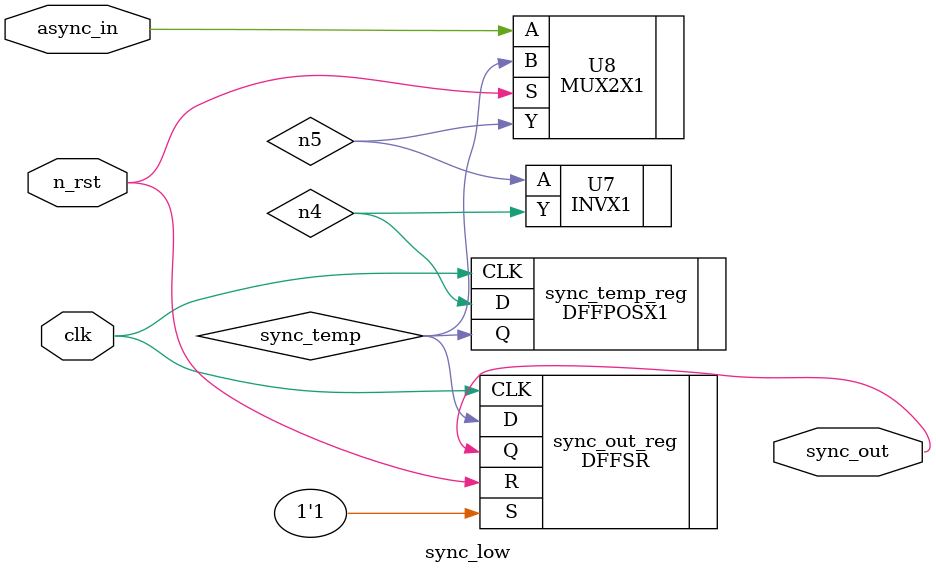
<source format=v>


module sync_low ( clk, n_rst, async_in, sync_out );
  input clk, n_rst, async_in;
  output sync_out;
  wire   sync_temp, n4, n5;

  DFFPOSX1 sync_temp_reg ( .D(n4), .CLK(clk), .Q(sync_temp) );
  DFFSR sync_out_reg ( .D(sync_temp), .CLK(clk), .R(n_rst), .S(1'b1), .Q(
        sync_out) );
  INVX1 U7 ( .A(n5), .Y(n4) );
  MUX2X1 U8 ( .B(sync_temp), .A(async_in), .S(n_rst), .Y(n5) );
endmodule


</source>
